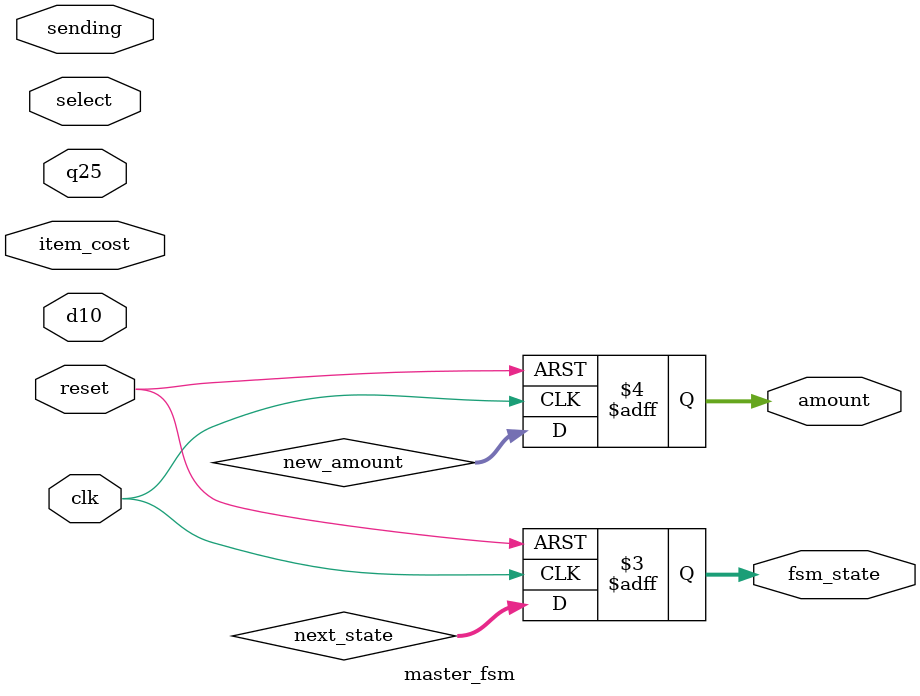
<source format=v>
`timescale 1ns / 1ps

module master_fsm(
		  input		   clk,
		  input		   reset,
		  input [7:0]	   item_cost,
		  input		   select,
		  input		   q25,
		  input		   d10,
		  input		   sending,
		  output reg [2:0] fsm_state,
		  output reg [7:0] amount
		  );

   localparam		       WAITSELECTION = 0;
   localparam		       WAITPAYMENT = 1;
   localparam		       GOTQUARTER = 2;
   localparam		       GOTDIME = 3;
   localparam		       DISPENSING = 4;
   localparam		       CHANGERETURN = 5;

   reg [2:0]		       next_state;
   reg [7:0]		       new_amount;

   always @(posedge clk or posedge reset)
     if (reset) begin
	fsm_state <= WAITSELECTION;
	amount <= 0;
     end else begin
	fsm_state <= next_state;
	amount <= new_amount;
     end

   always @(*)
     begin

	case (fsm_state)

// write the cases for the states	  

	endcase // case (fsm_state)
     end
endmodule
   

</source>
